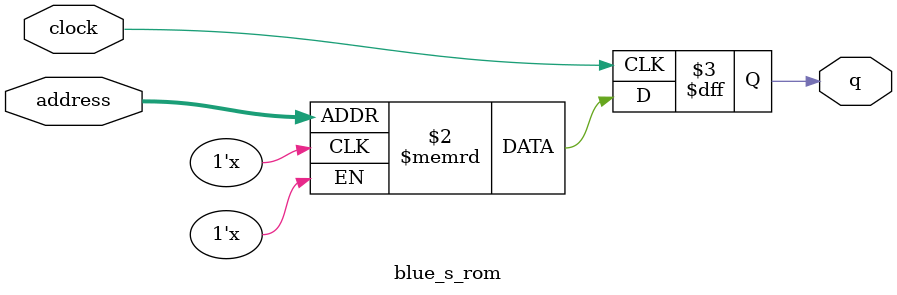
<source format=sv>
module blue_s_rom (
	input logic clock,
	input logic [10:0] address,
	output logic [0:0] q
);

logic [0:0] memory [0:1224] /* synthesis ram_init_file = "./blue_s/blue_s.mif" */;

always_ff @ (posedge clock) begin
	q <= memory[address];
end

endmodule

</source>
